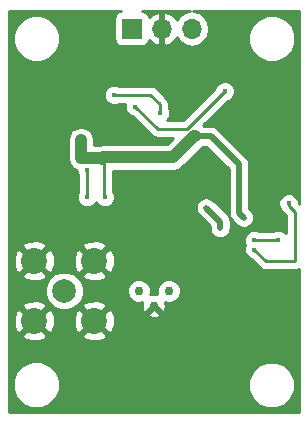
<source format=gbr>
G04 #@! TF.FileFunction,Copper,L2,Bot,Signal*
%FSLAX46Y46*%
G04 Gerber Fmt 4.6, Leading zero omitted, Abs format (unit mm)*
G04 Created by KiCad (PCBNEW 4.0.6) date 12/22/17 14:46:29*
%MOMM*%
%LPD*%
G01*
G04 APERTURE LIST*
%ADD10C,0.100000*%
%ADD11C,2.200000*%
%ADD12C,2.000000*%
%ADD13R,1.700000X1.700000*%
%ADD14O,1.700000X1.700000*%
%ADD15C,0.750000*%
%ADD16C,0.450000*%
%ADD17C,0.600000*%
%ADD18C,0.250000*%
%ADD19C,0.500000*%
%ADD20C,1.000000*%
%ADD21C,0.254000*%
G04 APERTURE END LIST*
D10*
D11*
X128210000Y-110790000D03*
X128210000Y-105710000D03*
X133290000Y-105710000D03*
X133290000Y-110790000D03*
D12*
X130750000Y-108250000D03*
D13*
X136470000Y-86050000D03*
D14*
X139010000Y-86050000D03*
X141550000Y-86050000D03*
D15*
X138320000Y-109520000D03*
X137050000Y-108250000D03*
X139590000Y-108250000D03*
D16*
X145866000Y-91408000D03*
X134182000Y-102076000D03*
X142150000Y-103950000D03*
X139750000Y-100650000D03*
X143850000Y-98850000D03*
X148050000Y-98850000D03*
X148950000Y-107150000D03*
D17*
X141000000Y-114350000D03*
X132150000Y-114350000D03*
X134695000Y-94462500D03*
X133805000Y-93637500D03*
X148150000Y-95050000D03*
X133805000Y-94462500D03*
X134695000Y-93637500D03*
D16*
X134182000Y-100298000D03*
X132162000Y-95472000D03*
X145950000Y-102050000D03*
D17*
X133950000Y-97000000D03*
X141750000Y-95150000D03*
D16*
X142750000Y-101200000D03*
X143950000Y-102950000D03*
X138850000Y-93150000D03*
X134950000Y-91650000D03*
X149750000Y-100850000D03*
X146850000Y-104750000D03*
X148850000Y-103950000D03*
X146850000Y-103950000D03*
X132682000Y-100298000D03*
X132670000Y-98012000D03*
X144350000Y-91350000D03*
X136750000Y-92650000D03*
D18*
X145850000Y-91350000D02*
X145850000Y-91392000D01*
X145850000Y-91392000D02*
X145866000Y-91408000D01*
D19*
X134150000Y-102050000D02*
X134156000Y-102050000D01*
X134156000Y-102050000D02*
X134182000Y-102076000D01*
X141050000Y-114325000D02*
X141075000Y-114325000D01*
D18*
X141025000Y-114325000D02*
X141050000Y-114325000D01*
X141000000Y-114350000D02*
X141025000Y-114325000D01*
D19*
X132125000Y-114375000D02*
X132150000Y-114350000D01*
D18*
X132150000Y-114350000D02*
X132125000Y-114375000D01*
X132125000Y-114375000D02*
X132125000Y-114400000D01*
D19*
X132125000Y-114400000D02*
X132125000Y-114375000D01*
D20*
X148150000Y-95050000D02*
X148150000Y-93850000D01*
D18*
X133950000Y-97000000D02*
X134150000Y-97200000D01*
X134150000Y-100266000D02*
X134150000Y-97200000D01*
X134150000Y-100266000D02*
X134182000Y-100298000D01*
D20*
X132166000Y-97000000D02*
X133950000Y-97000000D01*
X132162000Y-96996000D02*
X132162000Y-95472000D01*
X132166000Y-97000000D02*
X132162000Y-96996000D01*
D19*
X143150000Y-95150000D02*
X141750000Y-95150000D01*
X145550000Y-97550000D02*
X143150000Y-95150000D01*
X145550000Y-101650000D02*
X145550000Y-97550000D01*
X145950000Y-102050000D02*
X145550000Y-101650000D01*
D20*
X141750000Y-95150000D02*
X139950000Y-96950000D01*
X134050000Y-96950000D02*
X139950000Y-96950000D01*
X133950000Y-97050000D02*
X134050000Y-96950000D01*
X133950000Y-97050000D02*
X133950000Y-97000000D01*
X141800000Y-95100000D02*
X141750000Y-95150000D01*
D19*
X143950000Y-102400000D02*
X143950000Y-102950000D01*
X142750000Y-101200000D02*
X143950000Y-102400000D01*
D18*
X138850000Y-92450000D02*
X138850000Y-93150000D01*
X138050000Y-91650000D02*
X138850000Y-92450000D01*
X134950000Y-91650000D02*
X138050000Y-91650000D01*
X149750000Y-101050000D02*
X149750000Y-100850000D01*
X150250000Y-101550000D02*
X149750000Y-101050000D01*
X150250000Y-105750000D02*
X150250000Y-101550000D01*
X147850000Y-105750000D02*
X150250000Y-105750000D01*
X146850000Y-104750000D02*
X147850000Y-105750000D01*
X146850000Y-103950000D02*
X148850000Y-103950000D01*
X132682000Y-100298000D02*
X132670000Y-100298000D01*
X132670000Y-100298000D02*
X132670000Y-98012000D01*
X141150000Y-94550000D02*
X144350000Y-91350000D01*
X138650000Y-94550000D02*
X141150000Y-94550000D01*
X136750000Y-92650000D02*
X138650000Y-94550000D01*
D21*
G36*
X135384683Y-84596838D02*
X135168559Y-84735910D01*
X135023569Y-84948110D01*
X134972560Y-85200000D01*
X134972560Y-86900000D01*
X135016838Y-87135317D01*
X135155910Y-87351441D01*
X135368110Y-87496431D01*
X135620000Y-87547440D01*
X137320000Y-87547440D01*
X137555317Y-87503162D01*
X137771441Y-87364090D01*
X137916431Y-87151890D01*
X137938301Y-87043893D01*
X138243076Y-87321645D01*
X138653110Y-87491476D01*
X138883000Y-87370155D01*
X138883000Y-86177000D01*
X138863000Y-86177000D01*
X138863000Y-85923000D01*
X138883000Y-85923000D01*
X138883000Y-84729845D01*
X138653110Y-84608524D01*
X138243076Y-84778355D01*
X137940063Y-85054501D01*
X137923162Y-84964683D01*
X137784090Y-84748559D01*
X137571890Y-84603569D01*
X137356740Y-84560000D01*
X141428876Y-84560000D01*
X140981715Y-84648946D01*
X140499946Y-84970853D01*
X140272298Y-85311553D01*
X140205183Y-85168642D01*
X139776924Y-84778355D01*
X139366890Y-84608524D01*
X139137000Y-84729845D01*
X139137000Y-85923000D01*
X139157000Y-85923000D01*
X139157000Y-86177000D01*
X139137000Y-86177000D01*
X139137000Y-87370155D01*
X139366890Y-87491476D01*
X139776924Y-87321645D01*
X140205183Y-86931358D01*
X140272298Y-86788447D01*
X140499946Y-87129147D01*
X140981715Y-87451054D01*
X141550000Y-87564093D01*
X142118285Y-87451054D01*
X142392082Y-87268109D01*
X146339657Y-87268109D01*
X146641218Y-87997943D01*
X147199120Y-88556819D01*
X147928427Y-88859654D01*
X148718109Y-88860343D01*
X149447943Y-88558782D01*
X150006819Y-88000880D01*
X150309654Y-87271573D01*
X150310343Y-86481891D01*
X150008782Y-85752057D01*
X149450880Y-85193181D01*
X148721573Y-84890346D01*
X147931891Y-84889657D01*
X147202057Y-85191218D01*
X146643181Y-85749120D01*
X146340346Y-86478427D01*
X146339657Y-87268109D01*
X142392082Y-87268109D01*
X142600054Y-87129147D01*
X142921961Y-86647378D01*
X143035000Y-86079093D01*
X143035000Y-86020907D01*
X142921961Y-85452622D01*
X142600054Y-84970853D01*
X142118285Y-84648946D01*
X141671124Y-84560000D01*
X150640000Y-84560000D01*
X150640000Y-100865198D01*
X150610013Y-100835211D01*
X150610149Y-100679686D01*
X150479497Y-100363486D01*
X150237787Y-100121353D01*
X149921815Y-99990150D01*
X149579686Y-99989851D01*
X149263486Y-100120503D01*
X149021353Y-100362213D01*
X148890150Y-100678185D01*
X148889851Y-101020314D01*
X149020503Y-101336514D01*
X149094475Y-101410615D01*
X149212599Y-101587401D01*
X149490000Y-101864802D01*
X149490000Y-103373832D01*
X149337787Y-103221353D01*
X149021815Y-103090150D01*
X148679686Y-103089851D01*
X148437308Y-103190000D01*
X147262281Y-103190000D01*
X147021815Y-103090150D01*
X146679686Y-103089851D01*
X146363486Y-103220503D01*
X146121353Y-103462213D01*
X145990150Y-103778185D01*
X145989851Y-104120314D01*
X146084828Y-104350175D01*
X145990150Y-104578185D01*
X145989851Y-104920314D01*
X146120503Y-105236514D01*
X146362213Y-105478647D01*
X146604417Y-105579219D01*
X147312599Y-106287401D01*
X147559161Y-106452148D01*
X147850000Y-106510000D01*
X150250000Y-106510000D01*
X150540839Y-106452148D01*
X150640000Y-106385891D01*
X150640000Y-118540000D01*
X126060000Y-118540000D01*
X126060000Y-116593109D01*
X126389657Y-116593109D01*
X126691218Y-117322943D01*
X127249120Y-117881819D01*
X127978427Y-118184654D01*
X128768109Y-118185343D01*
X129497943Y-117883782D01*
X130056819Y-117325880D01*
X130350711Y-116618109D01*
X146314657Y-116618109D01*
X146616218Y-117347943D01*
X147174120Y-117906819D01*
X147903427Y-118209654D01*
X148693109Y-118210343D01*
X149422943Y-117908782D01*
X149981819Y-117350880D01*
X150284654Y-116621573D01*
X150285343Y-115831891D01*
X149983782Y-115102057D01*
X149425880Y-114543181D01*
X148696573Y-114240346D01*
X147906891Y-114239657D01*
X147177057Y-114541218D01*
X146618181Y-115099120D01*
X146315346Y-115828427D01*
X146314657Y-116618109D01*
X130350711Y-116618109D01*
X130359654Y-116596573D01*
X130360343Y-115806891D01*
X130058782Y-115077057D01*
X129500880Y-114518181D01*
X128771573Y-114215346D01*
X127981891Y-114214657D01*
X127252057Y-114516218D01*
X126693181Y-115074120D01*
X126390346Y-115803427D01*
X126389657Y-116593109D01*
X126060000Y-116593109D01*
X126060000Y-112014868D01*
X127164737Y-112014868D01*
X127275641Y-112292099D01*
X127921593Y-112535323D01*
X128611453Y-112512836D01*
X129144359Y-112292099D01*
X129255263Y-112014868D01*
X132244737Y-112014868D01*
X132355641Y-112292099D01*
X133001593Y-112535323D01*
X133691453Y-112512836D01*
X134224359Y-112292099D01*
X134335263Y-112014868D01*
X133290000Y-110969605D01*
X132244737Y-112014868D01*
X129255263Y-112014868D01*
X128210000Y-110969605D01*
X127164737Y-112014868D01*
X126060000Y-112014868D01*
X126060000Y-110501593D01*
X126464677Y-110501593D01*
X126487164Y-111191453D01*
X126707901Y-111724359D01*
X126985132Y-111835263D01*
X128030395Y-110790000D01*
X128389605Y-110790000D01*
X129434868Y-111835263D01*
X129712099Y-111724359D01*
X129955323Y-111078407D01*
X129936521Y-110501593D01*
X131544677Y-110501593D01*
X131567164Y-111191453D01*
X131787901Y-111724359D01*
X132065132Y-111835263D01*
X133110395Y-110790000D01*
X133469605Y-110790000D01*
X134514868Y-111835263D01*
X134792099Y-111724359D01*
X135035323Y-111078407D01*
X135012836Y-110388547D01*
X134942665Y-110219137D01*
X137800468Y-110219137D01*
X137822072Y-110421404D01*
X138204927Y-110543338D01*
X138605301Y-110509477D01*
X138817928Y-110421404D01*
X138839532Y-110219137D01*
X138320000Y-109699605D01*
X137800468Y-110219137D01*
X134942665Y-110219137D01*
X134792099Y-109855641D01*
X134514868Y-109744737D01*
X133469605Y-110790000D01*
X133110395Y-110790000D01*
X132065132Y-109744737D01*
X131787901Y-109855641D01*
X131544677Y-110501593D01*
X129936521Y-110501593D01*
X129932836Y-110388547D01*
X129712099Y-109855641D01*
X129434868Y-109744737D01*
X128389605Y-110790000D01*
X128030395Y-110790000D01*
X126985132Y-109744737D01*
X126707901Y-109855641D01*
X126464677Y-110501593D01*
X126060000Y-110501593D01*
X126060000Y-109565132D01*
X127164737Y-109565132D01*
X128210000Y-110610395D01*
X129255263Y-109565132D01*
X129144359Y-109287901D01*
X128498407Y-109044677D01*
X127808547Y-109067164D01*
X127275641Y-109287901D01*
X127164737Y-109565132D01*
X126060000Y-109565132D01*
X126060000Y-108573795D01*
X129114716Y-108573795D01*
X129363106Y-109174943D01*
X129822637Y-109635278D01*
X130423352Y-109884716D01*
X131073795Y-109885284D01*
X131674943Y-109636894D01*
X131746830Y-109565132D01*
X132244737Y-109565132D01*
X133290000Y-110610395D01*
X134335263Y-109565132D01*
X134224359Y-109287901D01*
X133578407Y-109044677D01*
X132888547Y-109067164D01*
X132355641Y-109287901D01*
X132244737Y-109565132D01*
X131746830Y-109565132D01*
X132135278Y-109177363D01*
X132384716Y-108576648D01*
X132384826Y-108450020D01*
X136039825Y-108450020D01*
X136193264Y-108821372D01*
X136477134Y-109105737D01*
X136848217Y-109259824D01*
X137250020Y-109260175D01*
X137356818Y-109216047D01*
X137296662Y-109404927D01*
X137330523Y-109805301D01*
X137418596Y-110017928D01*
X137620863Y-110039532D01*
X138140395Y-109520000D01*
X138126253Y-109505858D01*
X138305858Y-109326253D01*
X138320000Y-109340395D01*
X138334143Y-109326253D01*
X138513748Y-109505858D01*
X138499605Y-109520000D01*
X139019137Y-110039532D01*
X139221404Y-110017928D01*
X139343338Y-109635073D01*
X139309477Y-109234699D01*
X139305690Y-109225556D01*
X139388217Y-109259824D01*
X139790020Y-109260175D01*
X140161372Y-109106736D01*
X140445737Y-108822866D01*
X140599824Y-108451783D01*
X140600175Y-108049980D01*
X140446736Y-107678628D01*
X140162866Y-107394263D01*
X139791783Y-107240176D01*
X139389980Y-107239825D01*
X139018628Y-107393264D01*
X138734263Y-107677134D01*
X138580176Y-108048217D01*
X138579825Y-108450020D01*
X138623953Y-108556818D01*
X138435073Y-108496662D01*
X138034699Y-108530523D01*
X138025556Y-108534310D01*
X138059824Y-108451783D01*
X138060175Y-108049980D01*
X137906736Y-107678628D01*
X137622866Y-107394263D01*
X137251783Y-107240176D01*
X136849980Y-107239825D01*
X136478628Y-107393264D01*
X136194263Y-107677134D01*
X136040176Y-108048217D01*
X136039825Y-108450020D01*
X132384826Y-108450020D01*
X132385284Y-107926205D01*
X132136894Y-107325057D01*
X131747387Y-106934868D01*
X132244737Y-106934868D01*
X132355641Y-107212099D01*
X133001593Y-107455323D01*
X133691453Y-107432836D01*
X134224359Y-107212099D01*
X134335263Y-106934868D01*
X133290000Y-105889605D01*
X132244737Y-106934868D01*
X131747387Y-106934868D01*
X131677363Y-106864722D01*
X131076648Y-106615284D01*
X130426205Y-106614716D01*
X129825057Y-106863106D01*
X129364722Y-107322637D01*
X129115284Y-107923352D01*
X129114716Y-108573795D01*
X126060000Y-108573795D01*
X126060000Y-106934868D01*
X127164737Y-106934868D01*
X127275641Y-107212099D01*
X127921593Y-107455323D01*
X128611453Y-107432836D01*
X129144359Y-107212099D01*
X129255263Y-106934868D01*
X128210000Y-105889605D01*
X127164737Y-106934868D01*
X126060000Y-106934868D01*
X126060000Y-105421593D01*
X126464677Y-105421593D01*
X126487164Y-106111453D01*
X126707901Y-106644359D01*
X126985132Y-106755263D01*
X128030395Y-105710000D01*
X128389605Y-105710000D01*
X129434868Y-106755263D01*
X129712099Y-106644359D01*
X129955323Y-105998407D01*
X129936521Y-105421593D01*
X131544677Y-105421593D01*
X131567164Y-106111453D01*
X131787901Y-106644359D01*
X132065132Y-106755263D01*
X133110395Y-105710000D01*
X133469605Y-105710000D01*
X134514868Y-106755263D01*
X134792099Y-106644359D01*
X135035323Y-105998407D01*
X135012836Y-105308547D01*
X134792099Y-104775641D01*
X134514868Y-104664737D01*
X133469605Y-105710000D01*
X133110395Y-105710000D01*
X132065132Y-104664737D01*
X131787901Y-104775641D01*
X131544677Y-105421593D01*
X129936521Y-105421593D01*
X129932836Y-105308547D01*
X129712099Y-104775641D01*
X129434868Y-104664737D01*
X128389605Y-105710000D01*
X128030395Y-105710000D01*
X126985132Y-104664737D01*
X126707901Y-104775641D01*
X126464677Y-105421593D01*
X126060000Y-105421593D01*
X126060000Y-104485132D01*
X127164737Y-104485132D01*
X128210000Y-105530395D01*
X129255263Y-104485132D01*
X132244737Y-104485132D01*
X133290000Y-105530395D01*
X134335263Y-104485132D01*
X134224359Y-104207901D01*
X133578407Y-103964677D01*
X132888547Y-103987164D01*
X132355641Y-104207901D01*
X132244737Y-104485132D01*
X129255263Y-104485132D01*
X129144359Y-104207901D01*
X128498407Y-103964677D01*
X127808547Y-103987164D01*
X127275641Y-104207901D01*
X127164737Y-104485132D01*
X126060000Y-104485132D01*
X126060000Y-101200000D01*
X141864999Y-101200000D01*
X141889890Y-101325135D01*
X141889851Y-101370314D01*
X141907257Y-101412439D01*
X141932367Y-101538674D01*
X142003250Y-101644759D01*
X142020503Y-101686514D01*
X142052701Y-101718769D01*
X142124210Y-101825790D01*
X143065000Y-102766579D01*
X143065000Y-102950000D01*
X143089890Y-103075132D01*
X143089851Y-103120314D01*
X143107257Y-103162440D01*
X143132367Y-103288675D01*
X143203251Y-103394761D01*
X143220503Y-103436514D01*
X143252700Y-103468768D01*
X143324210Y-103575790D01*
X143430296Y-103646674D01*
X143462213Y-103678647D01*
X143504306Y-103696125D01*
X143611325Y-103767633D01*
X143736459Y-103792524D01*
X143778185Y-103809850D01*
X143823763Y-103809890D01*
X143950000Y-103835000D01*
X144075132Y-103810110D01*
X144120314Y-103810149D01*
X144162440Y-103792743D01*
X144288675Y-103767633D01*
X144394761Y-103696749D01*
X144436514Y-103679497D01*
X144468768Y-103647300D01*
X144575790Y-103575790D01*
X144646674Y-103469704D01*
X144678647Y-103437787D01*
X144696125Y-103395694D01*
X144767633Y-103288675D01*
X144792524Y-103163541D01*
X144809850Y-103121815D01*
X144809890Y-103076237D01*
X144835000Y-102950000D01*
X144835000Y-102400005D01*
X144835001Y-102400000D01*
X144767633Y-102061325D01*
X144719089Y-101988674D01*
X144575790Y-101774210D01*
X144575787Y-101774208D01*
X143375790Y-100574210D01*
X143269705Y-100503327D01*
X143237787Y-100471353D01*
X143195693Y-100453874D01*
X143088674Y-100382367D01*
X142963540Y-100357476D01*
X142921815Y-100340150D01*
X142876239Y-100340110D01*
X142750000Y-100314999D01*
X142624865Y-100339890D01*
X142579686Y-100339851D01*
X142537561Y-100357257D01*
X142411326Y-100382367D01*
X142305241Y-100453250D01*
X142263486Y-100470503D01*
X142231231Y-100502701D01*
X142124210Y-100574210D01*
X142053327Y-100680295D01*
X142021353Y-100712213D01*
X142003874Y-100754307D01*
X141932367Y-100861326D01*
X141907476Y-100986460D01*
X141890150Y-101028185D01*
X141890110Y-101073761D01*
X141864999Y-101200000D01*
X126060000Y-101200000D01*
X126060000Y-95472000D01*
X131027000Y-95472000D01*
X131027000Y-96996000D01*
X131113397Y-97430346D01*
X131307714Y-97721161D01*
X131359434Y-97798566D01*
X131363434Y-97802566D01*
X131731654Y-98048603D01*
X131809954Y-98064178D01*
X131809851Y-98182314D01*
X131910000Y-98424692D01*
X131910000Y-99914619D01*
X131822150Y-100126185D01*
X131821851Y-100468314D01*
X131952503Y-100784514D01*
X132194213Y-101026647D01*
X132510185Y-101157850D01*
X132852314Y-101158149D01*
X133168514Y-101027497D01*
X133410647Y-100785787D01*
X133431890Y-100734628D01*
X133452503Y-100784514D01*
X133694213Y-101026647D01*
X134010185Y-101157850D01*
X134352314Y-101158149D01*
X134668514Y-101027497D01*
X134910647Y-100785787D01*
X135041850Y-100469815D01*
X135042149Y-100127686D01*
X134911497Y-99811486D01*
X134910000Y-99809986D01*
X134910000Y-98085000D01*
X139950000Y-98085000D01*
X140384346Y-97998603D01*
X140752566Y-97752566D01*
X142470132Y-96035000D01*
X142783420Y-96035000D01*
X144665000Y-97916579D01*
X144665000Y-101649995D01*
X144664999Y-101650000D01*
X144720427Y-101928647D01*
X144732367Y-101988675D01*
X144800170Y-102090150D01*
X144924210Y-102275790D01*
X145324210Y-102675789D01*
X145430294Y-102746672D01*
X145462213Y-102778647D01*
X145504307Y-102796126D01*
X145611325Y-102867633D01*
X145736459Y-102892524D01*
X145778185Y-102909850D01*
X145823763Y-102909890D01*
X145950000Y-102935000D01*
X146075132Y-102910110D01*
X146120314Y-102910149D01*
X146162440Y-102892743D01*
X146288674Y-102867633D01*
X146394757Y-102796751D01*
X146436514Y-102779497D01*
X146468772Y-102747296D01*
X146575789Y-102675789D01*
X146646670Y-102569708D01*
X146678647Y-102537787D01*
X146696127Y-102495690D01*
X146767633Y-102388674D01*
X146792524Y-102263542D01*
X146809850Y-102221815D01*
X146809890Y-102176236D01*
X146835000Y-102050000D01*
X146810110Y-101924868D01*
X146810149Y-101879686D01*
X146792743Y-101837560D01*
X146767633Y-101711325D01*
X146696750Y-101605241D01*
X146679497Y-101563486D01*
X146647298Y-101531230D01*
X146575789Y-101424210D01*
X146435000Y-101283421D01*
X146435000Y-97550005D01*
X146435001Y-97550000D01*
X146367634Y-97211326D01*
X146303975Y-97116054D01*
X146175790Y-96924210D01*
X146175787Y-96924208D01*
X143775790Y-94524210D01*
X143488675Y-94332367D01*
X143432484Y-94321190D01*
X143150000Y-94264999D01*
X143149995Y-94265000D01*
X142554025Y-94265000D01*
X142527515Y-94247287D01*
X144595874Y-92178928D01*
X144836514Y-92079497D01*
X145078647Y-91837787D01*
X145209850Y-91521815D01*
X145210149Y-91179686D01*
X145079497Y-90863486D01*
X144837787Y-90621353D01*
X144521815Y-90490150D01*
X144179686Y-90489851D01*
X143863486Y-90620503D01*
X143621353Y-90862213D01*
X143520781Y-91104417D01*
X140835198Y-93790000D01*
X139426168Y-93790000D01*
X139578647Y-93637787D01*
X139709850Y-93321815D01*
X139710149Y-92979686D01*
X139610000Y-92737308D01*
X139610000Y-92450000D01*
X139552148Y-92159161D01*
X139387401Y-91912599D01*
X138587401Y-91112599D01*
X138340839Y-90947852D01*
X138050000Y-90890000D01*
X135362281Y-90890000D01*
X135121815Y-90790150D01*
X134779686Y-90789851D01*
X134463486Y-90920503D01*
X134221353Y-91162213D01*
X134090150Y-91478185D01*
X134089851Y-91820314D01*
X134220503Y-92136514D01*
X134462213Y-92378647D01*
X134778185Y-92509850D01*
X135120314Y-92510149D01*
X135362692Y-92410000D01*
X135918463Y-92410000D01*
X135890150Y-92478185D01*
X135889851Y-92820314D01*
X136020503Y-93136514D01*
X136262213Y-93378647D01*
X136504417Y-93479219D01*
X138112599Y-95087401D01*
X138359161Y-95252148D01*
X138650000Y-95310000D01*
X139984868Y-95310000D01*
X139479868Y-95815000D01*
X134050000Y-95815000D01*
X133798634Y-95865000D01*
X133297000Y-95865000D01*
X133297000Y-95472000D01*
X133210603Y-95037654D01*
X132964566Y-94669434D01*
X132596346Y-94423397D01*
X132162000Y-94337000D01*
X131727654Y-94423397D01*
X131359434Y-94669434D01*
X131113397Y-95037654D01*
X131027000Y-95472000D01*
X126060000Y-95472000D01*
X126060000Y-87268109D01*
X126414657Y-87268109D01*
X126716218Y-87997943D01*
X127274120Y-88556819D01*
X128003427Y-88859654D01*
X128793109Y-88860343D01*
X129522943Y-88558782D01*
X130081819Y-88000880D01*
X130384654Y-87271573D01*
X130385343Y-86481891D01*
X130083782Y-85752057D01*
X129525880Y-85193181D01*
X128796573Y-84890346D01*
X128006891Y-84889657D01*
X127277057Y-85191218D01*
X126718181Y-85749120D01*
X126415346Y-86478427D01*
X126414657Y-87268109D01*
X126060000Y-87268109D01*
X126060000Y-84560000D01*
X135580460Y-84560000D01*
X135384683Y-84596838D01*
X135384683Y-84596838D01*
G37*
X135384683Y-84596838D02*
X135168559Y-84735910D01*
X135023569Y-84948110D01*
X134972560Y-85200000D01*
X134972560Y-86900000D01*
X135016838Y-87135317D01*
X135155910Y-87351441D01*
X135368110Y-87496431D01*
X135620000Y-87547440D01*
X137320000Y-87547440D01*
X137555317Y-87503162D01*
X137771441Y-87364090D01*
X137916431Y-87151890D01*
X137938301Y-87043893D01*
X138243076Y-87321645D01*
X138653110Y-87491476D01*
X138883000Y-87370155D01*
X138883000Y-86177000D01*
X138863000Y-86177000D01*
X138863000Y-85923000D01*
X138883000Y-85923000D01*
X138883000Y-84729845D01*
X138653110Y-84608524D01*
X138243076Y-84778355D01*
X137940063Y-85054501D01*
X137923162Y-84964683D01*
X137784090Y-84748559D01*
X137571890Y-84603569D01*
X137356740Y-84560000D01*
X141428876Y-84560000D01*
X140981715Y-84648946D01*
X140499946Y-84970853D01*
X140272298Y-85311553D01*
X140205183Y-85168642D01*
X139776924Y-84778355D01*
X139366890Y-84608524D01*
X139137000Y-84729845D01*
X139137000Y-85923000D01*
X139157000Y-85923000D01*
X139157000Y-86177000D01*
X139137000Y-86177000D01*
X139137000Y-87370155D01*
X139366890Y-87491476D01*
X139776924Y-87321645D01*
X140205183Y-86931358D01*
X140272298Y-86788447D01*
X140499946Y-87129147D01*
X140981715Y-87451054D01*
X141550000Y-87564093D01*
X142118285Y-87451054D01*
X142392082Y-87268109D01*
X146339657Y-87268109D01*
X146641218Y-87997943D01*
X147199120Y-88556819D01*
X147928427Y-88859654D01*
X148718109Y-88860343D01*
X149447943Y-88558782D01*
X150006819Y-88000880D01*
X150309654Y-87271573D01*
X150310343Y-86481891D01*
X150008782Y-85752057D01*
X149450880Y-85193181D01*
X148721573Y-84890346D01*
X147931891Y-84889657D01*
X147202057Y-85191218D01*
X146643181Y-85749120D01*
X146340346Y-86478427D01*
X146339657Y-87268109D01*
X142392082Y-87268109D01*
X142600054Y-87129147D01*
X142921961Y-86647378D01*
X143035000Y-86079093D01*
X143035000Y-86020907D01*
X142921961Y-85452622D01*
X142600054Y-84970853D01*
X142118285Y-84648946D01*
X141671124Y-84560000D01*
X150640000Y-84560000D01*
X150640000Y-100865198D01*
X150610013Y-100835211D01*
X150610149Y-100679686D01*
X150479497Y-100363486D01*
X150237787Y-100121353D01*
X149921815Y-99990150D01*
X149579686Y-99989851D01*
X149263486Y-100120503D01*
X149021353Y-100362213D01*
X148890150Y-100678185D01*
X148889851Y-101020314D01*
X149020503Y-101336514D01*
X149094475Y-101410615D01*
X149212599Y-101587401D01*
X149490000Y-101864802D01*
X149490000Y-103373832D01*
X149337787Y-103221353D01*
X149021815Y-103090150D01*
X148679686Y-103089851D01*
X148437308Y-103190000D01*
X147262281Y-103190000D01*
X147021815Y-103090150D01*
X146679686Y-103089851D01*
X146363486Y-103220503D01*
X146121353Y-103462213D01*
X145990150Y-103778185D01*
X145989851Y-104120314D01*
X146084828Y-104350175D01*
X145990150Y-104578185D01*
X145989851Y-104920314D01*
X146120503Y-105236514D01*
X146362213Y-105478647D01*
X146604417Y-105579219D01*
X147312599Y-106287401D01*
X147559161Y-106452148D01*
X147850000Y-106510000D01*
X150250000Y-106510000D01*
X150540839Y-106452148D01*
X150640000Y-106385891D01*
X150640000Y-118540000D01*
X126060000Y-118540000D01*
X126060000Y-116593109D01*
X126389657Y-116593109D01*
X126691218Y-117322943D01*
X127249120Y-117881819D01*
X127978427Y-118184654D01*
X128768109Y-118185343D01*
X129497943Y-117883782D01*
X130056819Y-117325880D01*
X130350711Y-116618109D01*
X146314657Y-116618109D01*
X146616218Y-117347943D01*
X147174120Y-117906819D01*
X147903427Y-118209654D01*
X148693109Y-118210343D01*
X149422943Y-117908782D01*
X149981819Y-117350880D01*
X150284654Y-116621573D01*
X150285343Y-115831891D01*
X149983782Y-115102057D01*
X149425880Y-114543181D01*
X148696573Y-114240346D01*
X147906891Y-114239657D01*
X147177057Y-114541218D01*
X146618181Y-115099120D01*
X146315346Y-115828427D01*
X146314657Y-116618109D01*
X130350711Y-116618109D01*
X130359654Y-116596573D01*
X130360343Y-115806891D01*
X130058782Y-115077057D01*
X129500880Y-114518181D01*
X128771573Y-114215346D01*
X127981891Y-114214657D01*
X127252057Y-114516218D01*
X126693181Y-115074120D01*
X126390346Y-115803427D01*
X126389657Y-116593109D01*
X126060000Y-116593109D01*
X126060000Y-112014868D01*
X127164737Y-112014868D01*
X127275641Y-112292099D01*
X127921593Y-112535323D01*
X128611453Y-112512836D01*
X129144359Y-112292099D01*
X129255263Y-112014868D01*
X132244737Y-112014868D01*
X132355641Y-112292099D01*
X133001593Y-112535323D01*
X133691453Y-112512836D01*
X134224359Y-112292099D01*
X134335263Y-112014868D01*
X133290000Y-110969605D01*
X132244737Y-112014868D01*
X129255263Y-112014868D01*
X128210000Y-110969605D01*
X127164737Y-112014868D01*
X126060000Y-112014868D01*
X126060000Y-110501593D01*
X126464677Y-110501593D01*
X126487164Y-111191453D01*
X126707901Y-111724359D01*
X126985132Y-111835263D01*
X128030395Y-110790000D01*
X128389605Y-110790000D01*
X129434868Y-111835263D01*
X129712099Y-111724359D01*
X129955323Y-111078407D01*
X129936521Y-110501593D01*
X131544677Y-110501593D01*
X131567164Y-111191453D01*
X131787901Y-111724359D01*
X132065132Y-111835263D01*
X133110395Y-110790000D01*
X133469605Y-110790000D01*
X134514868Y-111835263D01*
X134792099Y-111724359D01*
X135035323Y-111078407D01*
X135012836Y-110388547D01*
X134942665Y-110219137D01*
X137800468Y-110219137D01*
X137822072Y-110421404D01*
X138204927Y-110543338D01*
X138605301Y-110509477D01*
X138817928Y-110421404D01*
X138839532Y-110219137D01*
X138320000Y-109699605D01*
X137800468Y-110219137D01*
X134942665Y-110219137D01*
X134792099Y-109855641D01*
X134514868Y-109744737D01*
X133469605Y-110790000D01*
X133110395Y-110790000D01*
X132065132Y-109744737D01*
X131787901Y-109855641D01*
X131544677Y-110501593D01*
X129936521Y-110501593D01*
X129932836Y-110388547D01*
X129712099Y-109855641D01*
X129434868Y-109744737D01*
X128389605Y-110790000D01*
X128030395Y-110790000D01*
X126985132Y-109744737D01*
X126707901Y-109855641D01*
X126464677Y-110501593D01*
X126060000Y-110501593D01*
X126060000Y-109565132D01*
X127164737Y-109565132D01*
X128210000Y-110610395D01*
X129255263Y-109565132D01*
X129144359Y-109287901D01*
X128498407Y-109044677D01*
X127808547Y-109067164D01*
X127275641Y-109287901D01*
X127164737Y-109565132D01*
X126060000Y-109565132D01*
X126060000Y-108573795D01*
X129114716Y-108573795D01*
X129363106Y-109174943D01*
X129822637Y-109635278D01*
X130423352Y-109884716D01*
X131073795Y-109885284D01*
X131674943Y-109636894D01*
X131746830Y-109565132D01*
X132244737Y-109565132D01*
X133290000Y-110610395D01*
X134335263Y-109565132D01*
X134224359Y-109287901D01*
X133578407Y-109044677D01*
X132888547Y-109067164D01*
X132355641Y-109287901D01*
X132244737Y-109565132D01*
X131746830Y-109565132D01*
X132135278Y-109177363D01*
X132384716Y-108576648D01*
X132384826Y-108450020D01*
X136039825Y-108450020D01*
X136193264Y-108821372D01*
X136477134Y-109105737D01*
X136848217Y-109259824D01*
X137250020Y-109260175D01*
X137356818Y-109216047D01*
X137296662Y-109404927D01*
X137330523Y-109805301D01*
X137418596Y-110017928D01*
X137620863Y-110039532D01*
X138140395Y-109520000D01*
X138126253Y-109505858D01*
X138305858Y-109326253D01*
X138320000Y-109340395D01*
X138334143Y-109326253D01*
X138513748Y-109505858D01*
X138499605Y-109520000D01*
X139019137Y-110039532D01*
X139221404Y-110017928D01*
X139343338Y-109635073D01*
X139309477Y-109234699D01*
X139305690Y-109225556D01*
X139388217Y-109259824D01*
X139790020Y-109260175D01*
X140161372Y-109106736D01*
X140445737Y-108822866D01*
X140599824Y-108451783D01*
X140600175Y-108049980D01*
X140446736Y-107678628D01*
X140162866Y-107394263D01*
X139791783Y-107240176D01*
X139389980Y-107239825D01*
X139018628Y-107393264D01*
X138734263Y-107677134D01*
X138580176Y-108048217D01*
X138579825Y-108450020D01*
X138623953Y-108556818D01*
X138435073Y-108496662D01*
X138034699Y-108530523D01*
X138025556Y-108534310D01*
X138059824Y-108451783D01*
X138060175Y-108049980D01*
X137906736Y-107678628D01*
X137622866Y-107394263D01*
X137251783Y-107240176D01*
X136849980Y-107239825D01*
X136478628Y-107393264D01*
X136194263Y-107677134D01*
X136040176Y-108048217D01*
X136039825Y-108450020D01*
X132384826Y-108450020D01*
X132385284Y-107926205D01*
X132136894Y-107325057D01*
X131747387Y-106934868D01*
X132244737Y-106934868D01*
X132355641Y-107212099D01*
X133001593Y-107455323D01*
X133691453Y-107432836D01*
X134224359Y-107212099D01*
X134335263Y-106934868D01*
X133290000Y-105889605D01*
X132244737Y-106934868D01*
X131747387Y-106934868D01*
X131677363Y-106864722D01*
X131076648Y-106615284D01*
X130426205Y-106614716D01*
X129825057Y-106863106D01*
X129364722Y-107322637D01*
X129115284Y-107923352D01*
X129114716Y-108573795D01*
X126060000Y-108573795D01*
X126060000Y-106934868D01*
X127164737Y-106934868D01*
X127275641Y-107212099D01*
X127921593Y-107455323D01*
X128611453Y-107432836D01*
X129144359Y-107212099D01*
X129255263Y-106934868D01*
X128210000Y-105889605D01*
X127164737Y-106934868D01*
X126060000Y-106934868D01*
X126060000Y-105421593D01*
X126464677Y-105421593D01*
X126487164Y-106111453D01*
X126707901Y-106644359D01*
X126985132Y-106755263D01*
X128030395Y-105710000D01*
X128389605Y-105710000D01*
X129434868Y-106755263D01*
X129712099Y-106644359D01*
X129955323Y-105998407D01*
X129936521Y-105421593D01*
X131544677Y-105421593D01*
X131567164Y-106111453D01*
X131787901Y-106644359D01*
X132065132Y-106755263D01*
X133110395Y-105710000D01*
X133469605Y-105710000D01*
X134514868Y-106755263D01*
X134792099Y-106644359D01*
X135035323Y-105998407D01*
X135012836Y-105308547D01*
X134792099Y-104775641D01*
X134514868Y-104664737D01*
X133469605Y-105710000D01*
X133110395Y-105710000D01*
X132065132Y-104664737D01*
X131787901Y-104775641D01*
X131544677Y-105421593D01*
X129936521Y-105421593D01*
X129932836Y-105308547D01*
X129712099Y-104775641D01*
X129434868Y-104664737D01*
X128389605Y-105710000D01*
X128030395Y-105710000D01*
X126985132Y-104664737D01*
X126707901Y-104775641D01*
X126464677Y-105421593D01*
X126060000Y-105421593D01*
X126060000Y-104485132D01*
X127164737Y-104485132D01*
X128210000Y-105530395D01*
X129255263Y-104485132D01*
X132244737Y-104485132D01*
X133290000Y-105530395D01*
X134335263Y-104485132D01*
X134224359Y-104207901D01*
X133578407Y-103964677D01*
X132888547Y-103987164D01*
X132355641Y-104207901D01*
X132244737Y-104485132D01*
X129255263Y-104485132D01*
X129144359Y-104207901D01*
X128498407Y-103964677D01*
X127808547Y-103987164D01*
X127275641Y-104207901D01*
X127164737Y-104485132D01*
X126060000Y-104485132D01*
X126060000Y-101200000D01*
X141864999Y-101200000D01*
X141889890Y-101325135D01*
X141889851Y-101370314D01*
X141907257Y-101412439D01*
X141932367Y-101538674D01*
X142003250Y-101644759D01*
X142020503Y-101686514D01*
X142052701Y-101718769D01*
X142124210Y-101825790D01*
X143065000Y-102766579D01*
X143065000Y-102950000D01*
X143089890Y-103075132D01*
X143089851Y-103120314D01*
X143107257Y-103162440D01*
X143132367Y-103288675D01*
X143203251Y-103394761D01*
X143220503Y-103436514D01*
X143252700Y-103468768D01*
X143324210Y-103575790D01*
X143430296Y-103646674D01*
X143462213Y-103678647D01*
X143504306Y-103696125D01*
X143611325Y-103767633D01*
X143736459Y-103792524D01*
X143778185Y-103809850D01*
X143823763Y-103809890D01*
X143950000Y-103835000D01*
X144075132Y-103810110D01*
X144120314Y-103810149D01*
X144162440Y-103792743D01*
X144288675Y-103767633D01*
X144394761Y-103696749D01*
X144436514Y-103679497D01*
X144468768Y-103647300D01*
X144575790Y-103575790D01*
X144646674Y-103469704D01*
X144678647Y-103437787D01*
X144696125Y-103395694D01*
X144767633Y-103288675D01*
X144792524Y-103163541D01*
X144809850Y-103121815D01*
X144809890Y-103076237D01*
X144835000Y-102950000D01*
X144835000Y-102400005D01*
X144835001Y-102400000D01*
X144767633Y-102061325D01*
X144719089Y-101988674D01*
X144575790Y-101774210D01*
X144575787Y-101774208D01*
X143375790Y-100574210D01*
X143269705Y-100503327D01*
X143237787Y-100471353D01*
X143195693Y-100453874D01*
X143088674Y-100382367D01*
X142963540Y-100357476D01*
X142921815Y-100340150D01*
X142876239Y-100340110D01*
X142750000Y-100314999D01*
X142624865Y-100339890D01*
X142579686Y-100339851D01*
X142537561Y-100357257D01*
X142411326Y-100382367D01*
X142305241Y-100453250D01*
X142263486Y-100470503D01*
X142231231Y-100502701D01*
X142124210Y-100574210D01*
X142053327Y-100680295D01*
X142021353Y-100712213D01*
X142003874Y-100754307D01*
X141932367Y-100861326D01*
X141907476Y-100986460D01*
X141890150Y-101028185D01*
X141890110Y-101073761D01*
X141864999Y-101200000D01*
X126060000Y-101200000D01*
X126060000Y-95472000D01*
X131027000Y-95472000D01*
X131027000Y-96996000D01*
X131113397Y-97430346D01*
X131307714Y-97721161D01*
X131359434Y-97798566D01*
X131363434Y-97802566D01*
X131731654Y-98048603D01*
X131809954Y-98064178D01*
X131809851Y-98182314D01*
X131910000Y-98424692D01*
X131910000Y-99914619D01*
X131822150Y-100126185D01*
X131821851Y-100468314D01*
X131952503Y-100784514D01*
X132194213Y-101026647D01*
X132510185Y-101157850D01*
X132852314Y-101158149D01*
X133168514Y-101027497D01*
X133410647Y-100785787D01*
X133431890Y-100734628D01*
X133452503Y-100784514D01*
X133694213Y-101026647D01*
X134010185Y-101157850D01*
X134352314Y-101158149D01*
X134668514Y-101027497D01*
X134910647Y-100785787D01*
X135041850Y-100469815D01*
X135042149Y-100127686D01*
X134911497Y-99811486D01*
X134910000Y-99809986D01*
X134910000Y-98085000D01*
X139950000Y-98085000D01*
X140384346Y-97998603D01*
X140752566Y-97752566D01*
X142470132Y-96035000D01*
X142783420Y-96035000D01*
X144665000Y-97916579D01*
X144665000Y-101649995D01*
X144664999Y-101650000D01*
X144720427Y-101928647D01*
X144732367Y-101988675D01*
X144800170Y-102090150D01*
X144924210Y-102275790D01*
X145324210Y-102675789D01*
X145430294Y-102746672D01*
X145462213Y-102778647D01*
X145504307Y-102796126D01*
X145611325Y-102867633D01*
X145736459Y-102892524D01*
X145778185Y-102909850D01*
X145823763Y-102909890D01*
X145950000Y-102935000D01*
X146075132Y-102910110D01*
X146120314Y-102910149D01*
X146162440Y-102892743D01*
X146288674Y-102867633D01*
X146394757Y-102796751D01*
X146436514Y-102779497D01*
X146468772Y-102747296D01*
X146575789Y-102675789D01*
X146646670Y-102569708D01*
X146678647Y-102537787D01*
X146696127Y-102495690D01*
X146767633Y-102388674D01*
X146792524Y-102263542D01*
X146809850Y-102221815D01*
X146809890Y-102176236D01*
X146835000Y-102050000D01*
X146810110Y-101924868D01*
X146810149Y-101879686D01*
X146792743Y-101837560D01*
X146767633Y-101711325D01*
X146696750Y-101605241D01*
X146679497Y-101563486D01*
X146647298Y-101531230D01*
X146575789Y-101424210D01*
X146435000Y-101283421D01*
X146435000Y-97550005D01*
X146435001Y-97550000D01*
X146367634Y-97211326D01*
X146303975Y-97116054D01*
X146175790Y-96924210D01*
X146175787Y-96924208D01*
X143775790Y-94524210D01*
X143488675Y-94332367D01*
X143432484Y-94321190D01*
X143150000Y-94264999D01*
X143149995Y-94265000D01*
X142554025Y-94265000D01*
X142527515Y-94247287D01*
X144595874Y-92178928D01*
X144836514Y-92079497D01*
X145078647Y-91837787D01*
X145209850Y-91521815D01*
X145210149Y-91179686D01*
X145079497Y-90863486D01*
X144837787Y-90621353D01*
X144521815Y-90490150D01*
X144179686Y-90489851D01*
X143863486Y-90620503D01*
X143621353Y-90862213D01*
X143520781Y-91104417D01*
X140835198Y-93790000D01*
X139426168Y-93790000D01*
X139578647Y-93637787D01*
X139709850Y-93321815D01*
X139710149Y-92979686D01*
X139610000Y-92737308D01*
X139610000Y-92450000D01*
X139552148Y-92159161D01*
X139387401Y-91912599D01*
X138587401Y-91112599D01*
X138340839Y-90947852D01*
X138050000Y-90890000D01*
X135362281Y-90890000D01*
X135121815Y-90790150D01*
X134779686Y-90789851D01*
X134463486Y-90920503D01*
X134221353Y-91162213D01*
X134090150Y-91478185D01*
X134089851Y-91820314D01*
X134220503Y-92136514D01*
X134462213Y-92378647D01*
X134778185Y-92509850D01*
X135120314Y-92510149D01*
X135362692Y-92410000D01*
X135918463Y-92410000D01*
X135890150Y-92478185D01*
X135889851Y-92820314D01*
X136020503Y-93136514D01*
X136262213Y-93378647D01*
X136504417Y-93479219D01*
X138112599Y-95087401D01*
X138359161Y-95252148D01*
X138650000Y-95310000D01*
X139984868Y-95310000D01*
X139479868Y-95815000D01*
X134050000Y-95815000D01*
X133798634Y-95865000D01*
X133297000Y-95865000D01*
X133297000Y-95472000D01*
X133210603Y-95037654D01*
X132964566Y-94669434D01*
X132596346Y-94423397D01*
X132162000Y-94337000D01*
X131727654Y-94423397D01*
X131359434Y-94669434D01*
X131113397Y-95037654D01*
X131027000Y-95472000D01*
X126060000Y-95472000D01*
X126060000Y-87268109D01*
X126414657Y-87268109D01*
X126716218Y-87997943D01*
X127274120Y-88556819D01*
X128003427Y-88859654D01*
X128793109Y-88860343D01*
X129522943Y-88558782D01*
X130081819Y-88000880D01*
X130384654Y-87271573D01*
X130385343Y-86481891D01*
X130083782Y-85752057D01*
X129525880Y-85193181D01*
X128796573Y-84890346D01*
X128006891Y-84889657D01*
X127277057Y-85191218D01*
X126718181Y-85749120D01*
X126415346Y-86478427D01*
X126414657Y-87268109D01*
X126060000Y-87268109D01*
X126060000Y-84560000D01*
X135580460Y-84560000D01*
X135384683Y-84596838D01*
M02*

</source>
